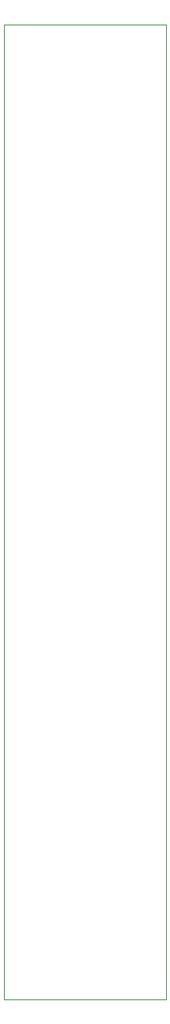
<source format=gbr>
%TF.GenerationSoftware,KiCad,Pcbnew,(5.1.10-1-10_14)*%
%TF.CreationDate,2021-08-04T23:39:18+02:00*%
%TF.ProjectId,idc40_breakout,69646334-305f-4627-9265-616b6f75742e,rev?*%
%TF.SameCoordinates,Original*%
%TF.FileFunction,Profile,NP*%
%FSLAX46Y46*%
G04 Gerber Fmt 4.6, Leading zero omitted, Abs format (unit mm)*
G04 Created by KiCad (PCBNEW (5.1.10-1-10_14)) date 2021-08-04 23:39:18*
%MOMM*%
%LPD*%
G01*
G04 APERTURE LIST*
%TA.AperFunction,Profile*%
%ADD10C,0.050000*%
%TD*%
G04 APERTURE END LIST*
D10*
X106146600Y-141833600D02*
X106146600Y-37744400D01*
X88823800Y-141833600D02*
X106146600Y-141833600D01*
X88823800Y-37744400D02*
X88823800Y-141833600D01*
X106146600Y-37744400D02*
X88823800Y-37744400D01*
M02*

</source>
